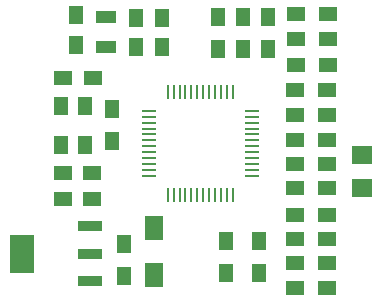
<source format=gbr>
G04 #@! TF.GenerationSoftware,KiCad,Pcbnew,6.0.0-rc1-unknown-1088786~66~ubuntu16.04.1*
G04 #@! TF.CreationDate,2018-12-29T10:22:54+01:00
G04 #@! TF.ProjectId,audi_concert1_chorus1_volume_fix,61756469-5f63-46f6-9e63-657274315f63,rev?*
G04 #@! TF.SameCoordinates,Original*
G04 #@! TF.FileFunction,Paste,Top*
G04 #@! TF.FilePolarity,Positive*
%FSLAX46Y46*%
G04 Gerber Fmt 4.6, Leading zero omitted, Abs format (unit mm)*
G04 Created by KiCad (PCBNEW 6.0.0-rc1-unknown-1088786~66~ubuntu16.04.1) date So 29. december 2018, 10:22:54 CET*
%MOMM*%
%LPD*%
G04 APERTURE LIST*
%ADD10R,1.500000X1.300000*%
%ADD11R,0.250000X1.300000*%
%ADD12R,1.300000X0.250000*%
%ADD13R,1.800860X1.597660*%
%ADD14R,1.600000X2.000000*%
%ADD15R,1.300000X1.500000*%
%ADD16R,1.250000X1.500000*%
%ADD17R,1.500000X1.250000*%
%ADD18R,1.800000X1.000000*%
%ADD19R,1.300000X1.600000*%
%ADD20R,2.150000X3.250000*%
%ADD21R,2.150000X0.950000*%
G04 APERTURE END LIST*
D10*
X191465200Y-109829600D03*
X188765200Y-109829600D03*
D11*
X177958300Y-101656900D03*
X178458300Y-101656900D03*
X178958300Y-101656900D03*
X179458300Y-101656900D03*
X179958300Y-101656900D03*
X180458300Y-101656900D03*
X180958300Y-101656900D03*
X181458300Y-101656900D03*
X181958300Y-101656900D03*
X182458300Y-101656900D03*
X182958300Y-101656900D03*
X183458300Y-101656900D03*
D12*
X185058300Y-103256900D03*
X185058300Y-103756900D03*
X185058300Y-104256900D03*
X185058300Y-104756900D03*
X185058300Y-105256900D03*
X185058300Y-105756900D03*
X185058300Y-106256900D03*
X185058300Y-106756900D03*
X185058300Y-107256900D03*
X185058300Y-107756900D03*
X185058300Y-108256900D03*
X185058300Y-108756900D03*
D11*
X183458300Y-110356900D03*
X182958300Y-110356900D03*
X182458300Y-110356900D03*
X181958300Y-110356900D03*
X181458300Y-110356900D03*
X180958300Y-110356900D03*
X180458300Y-110356900D03*
X179958300Y-110356900D03*
X179458300Y-110356900D03*
X178958300Y-110356900D03*
X178458300Y-110356900D03*
X177958300Y-110356900D03*
D12*
X176358300Y-108756900D03*
X176358300Y-108256900D03*
X176358300Y-107756900D03*
X176358300Y-107256900D03*
X176358300Y-106756900D03*
X176358300Y-106256900D03*
X176358300Y-105756900D03*
X176358300Y-105256900D03*
X176358300Y-104756900D03*
X176358300Y-104256900D03*
X176358300Y-103756900D03*
X176358300Y-103256900D03*
D13*
X194437000Y-106961940D03*
X194437000Y-109801660D03*
D14*
X176834800Y-113189000D03*
X176834800Y-117189000D03*
D15*
X174269400Y-117250200D03*
X174269400Y-114550200D03*
X185724800Y-116945400D03*
X185724800Y-114245400D03*
X182930800Y-114249200D03*
X182930800Y-116949200D03*
D10*
X191465200Y-105689400D03*
X188765200Y-105689400D03*
X191443600Y-103606600D03*
X188743600Y-103606600D03*
X188819800Y-99339400D03*
X191519800Y-99339400D03*
D15*
X186461400Y-98000800D03*
X186461400Y-95300800D03*
X182219600Y-95322400D03*
X182219600Y-98022400D03*
D10*
X191503280Y-97200720D03*
X188803280Y-97200720D03*
X191488040Y-95087440D03*
X188788040Y-95087440D03*
X188743600Y-101523800D03*
X191443600Y-101523800D03*
D16*
X175260000Y-97877000D03*
X175260000Y-95377000D03*
X170220640Y-97678880D03*
X170220640Y-95178880D03*
D17*
X169125900Y-100482400D03*
X171625900Y-100482400D03*
X169077000Y-108521500D03*
X171577000Y-108521500D03*
X171582400Y-110744000D03*
X169082400Y-110744000D03*
D16*
X177457100Y-97871600D03*
X177457100Y-95371600D03*
D10*
X191465200Y-107772200D03*
X188765200Y-107772200D03*
X191447400Y-112039400D03*
X188747400Y-112039400D03*
X191443600Y-118262400D03*
X188743600Y-118262400D03*
X188743600Y-116179600D03*
X191443600Y-116179600D03*
X191447400Y-114096800D03*
X188747400Y-114096800D03*
D15*
X173228000Y-105841800D03*
X173228000Y-103141800D03*
D18*
X172707300Y-95313500D03*
X172707300Y-97813500D03*
D19*
X170960800Y-102821200D03*
X170960800Y-106121200D03*
X168960800Y-106121200D03*
X168960800Y-102821200D03*
D15*
X184353200Y-95297000D03*
X184353200Y-97997000D03*
D20*
X165603600Y-115341400D03*
D21*
X171403600Y-117641400D03*
X171403600Y-115341400D03*
X171403600Y-113041400D03*
M02*

</source>
